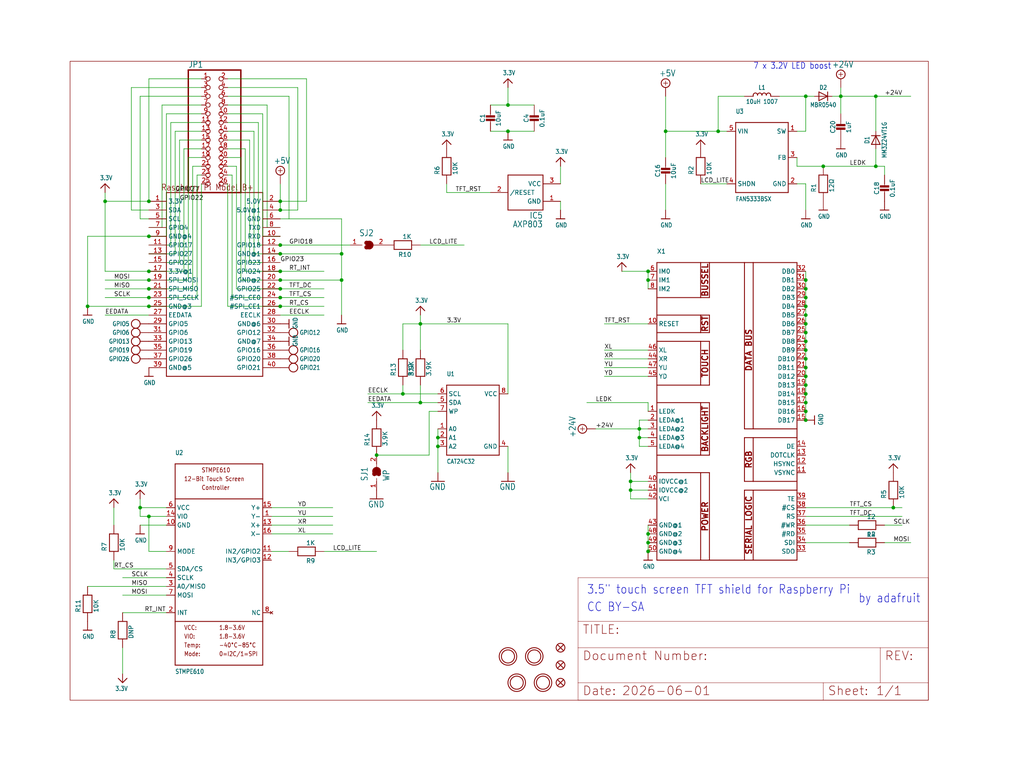
<source format=kicad_sch>
(kicad_sch (version 20230121) (generator eeschema)
  (paper "User" 297.002 224.003)
  (junction (at 233.68 111.76))
  (junction (at 233.68 101.6))
  (junction (at 187.96 157.48))
  (junction (at 30.48 58.42))
  (junction (at 259.08 147.32))
  (junction (at 43.18 86.36))
  (junction (at 121.92 93.98))
  (junction (at 147.32 38.1))
  (junction (at 40.64 147.32))
  (junction (at 187.96 81.28))
  (junction (at 43.18 58.42))
  (junction (at 233.68 86.36))
  (junction (at 182.88 139.7))
  (junction (at 208.28 38.1))
  (junction (at 109.22 132.08))
  (junction (at 243.84 27.94))
  (junction (at 187.96 160.02))
  (junction (at 43.18 149.86))
  (junction (at 233.68 81.28))
  (junction (at 116.84 114.3))
  (junction (at 127 129.54))
  (junction (at 233.68 106.68))
  (junction (at 43.18 81.28))
  (junction (at 99.06 81.28))
  (junction (at 81.28 58.42))
  (junction (at 233.68 88.9))
  (junction (at 81.28 60.96))
  (junction (at 81.28 88.9))
  (junction (at 81.28 81.28))
  (junction (at 238.76 48.26))
  (junction (at 233.68 121.92))
  (junction (at 81.28 83.82))
  (junction (at 233.68 116.84))
  (junction (at 233.68 104.14))
  (junction (at 233.68 83.82))
  (junction (at 121.92 116.84))
  (junction (at 43.18 78.74))
  (junction (at 254 27.94))
  (junction (at 81.28 78.74))
  (junction (at 187.96 154.94))
  (junction (at 233.68 99.06))
  (junction (at 233.68 96.52))
  (junction (at 187.96 78.74))
  (junction (at 25.4 88.9))
  (junction (at 43.18 83.82))
  (junction (at 185.42 127))
  (junction (at 193.04 38.1))
  (junction (at 233.68 109.22))
  (junction (at 233.68 27.94))
  (junction (at 81.28 71.12))
  (junction (at 233.68 119.38))
  (junction (at 43.18 88.9))
  (junction (at 233.68 93.98))
  (junction (at 147.32 30.48))
  (junction (at 254 48.26))
  (junction (at 99.06 73.66))
  (junction (at 233.68 91.44))
  (junction (at 185.42 124.46))
  (junction (at 81.28 86.36))
  (junction (at 81.28 73.66))
  (junction (at 182.88 142.24))
  (junction (at 43.18 68.58))
  (junction (at 127 127))
  (junction (at 233.68 114.3))
  (wire (pts (xy 30.48 78.74) (xy 30.48 58.42)) (stroke (width 0.1524)))
  (wire (pts (xy 187.96 93.98) (xy 175.26 93.98)) (stroke (width 0.1524)))
  (wire (pts (xy 43.18 60.96) (xy 38.1 60.96)) (stroke (width 0.1524)))
  (wire (pts (xy 256.54 152.4) (xy 261.62 152.4)) (stroke (width 0.1524)))
  (wire (pts (xy 233.68 109.22) (xy 233.68 111.76)) (stroke (width 0.1524)))
  (wire (pts (xy 68.58 48.26) (xy 68.58 83.82)) (stroke (width 0.1524)))
  (wire (pts (xy 116.84 114.3) (xy 106.68 114.3)) (stroke (width 0.1524)))
  (wire (pts (xy 147.32 93.98) (xy 121.92 93.98)) (stroke (width 0.1524)))
  (wire (pts (xy 208.28 27.94) (xy 215.9 27.94)) (stroke (width 0.1524)))
  (wire (pts (xy 147.32 38.1) (xy 154.94 38.1)) (stroke (width 0.1524)))
  (wire (pts (xy 241.3 27.94) (xy 243.84 27.94)) (stroke (width 0.1524)))
  (wire (pts (xy 66.04 38.1) (xy 73.66 38.1)) (stroke (width 0.1524)))
  (wire (pts (xy 185.42 124.46) (xy 172.72 124.46)) (stroke (width 0.1524)))
  (wire (pts (xy 233.68 93.98) (xy 233.68 96.52)) (stroke (width 0.1524)))
  (wire (pts (xy 259.08 147.32) (xy 261.62 147.32)) (stroke (width 0.1524)))
  (wire (pts (xy 233.68 157.48) (xy 246.38 157.48)) (stroke (width 0.1524)))
  (wire (pts (xy 243.84 25.4) (xy 243.84 27.94)) (stroke (width 0.1524)))
  (wire (pts (xy 78.74 160.02) (xy 83.82 160.02)) (stroke (width 0.1524)))
  (wire (pts (xy 72.39 40.64) (xy 66.04 40.64)) (stroke (width 0.1524)))
  (wire (pts (xy 193.04 38.1) (xy 193.04 45.72)) (stroke (width 0.1524)))
  (wire (pts (xy 233.68 106.68) (xy 233.68 109.22)) (stroke (width 0.1524)))
  (wire (pts (xy 129.54 55.88) (xy 129.54 53.34)) (stroke (width 0.1524)))
  (wire (pts (xy 99.06 63.5) (xy 99.06 73.66)) (stroke (width 0.1524)))
  (wire (pts (xy 124.46 132.08) (xy 124.46 119.38)) (stroke (width 0.1524)))
  (wire (pts (xy 121.92 111.76) (xy 121.92 116.84)) (stroke (width 0.1524)))
  (wire (pts (xy 170.18 116.84) (xy 187.96 116.84)) (stroke (width 0.1524)))
  (wire (pts (xy 43.18 81.28) (xy 30.48 81.28)) (stroke (width 0.1524)))
  (wire (pts (xy 71.12 78.74) (xy 81.28 78.74)) (stroke (width 0.1524)))
  (wire (pts (xy 193.04 38.1) (xy 193.04 27.94)) (stroke (width 0.1524)))
  (wire (pts (xy 93.98 160.02) (xy 109.22 160.02)) (stroke (width 0.1524)))
  (wire (pts (xy 66.04 22.86) (xy 88.9 22.86)) (stroke (width 0.1524)))
  (wire (pts (xy 182.88 144.78) (xy 182.88 142.24)) (stroke (width 0.1524)))
  (wire (pts (xy 48.26 33.02) (xy 58.42 33.02)) (stroke (width 0.1524)))
  (wire (pts (xy 40.64 63.5) (xy 40.64 27.94)) (stroke (width 0.1524)))
  (wire (pts (xy 81.28 53.34) (xy 81.28 58.42)) (stroke (width 0.1524)))
  (wire (pts (xy 43.18 76.2) (xy 52.07 76.2)) (stroke (width 0.1524)))
  (wire (pts (xy 43.18 78.74) (xy 30.48 78.74)) (stroke (width 0.1524)))
  (wire (pts (xy 50.8 73.66) (xy 50.8 38.1)) (stroke (width 0.1524)))
  (wire (pts (xy 254 38.1) (xy 254 27.94)) (stroke (width 0.1524)))
  (wire (pts (xy 182.88 144.78) (xy 187.96 144.78)) (stroke (width 0.1524)))
  (wire (pts (xy 208.28 38.1) (xy 208.28 27.94)) (stroke (width 0.1524)))
  (wire (pts (xy 25.4 68.58) (xy 25.4 88.9)) (stroke (width 0.1524)))
  (wire (pts (xy 86.36 60.96) (xy 86.36 25.4)) (stroke (width 0.1524)))
  (wire (pts (xy 43.18 73.66) (xy 50.8 73.66)) (stroke (width 0.1524)))
  (wire (pts (xy 256.54 157.48) (xy 264.16 157.48)) (stroke (width 0.1524)))
  (wire (pts (xy 68.58 83.82) (xy 81.28 83.82)) (stroke (width 0.1524)))
  (wire (pts (xy 72.39 76.2) (xy 72.39 40.64)) (stroke (width 0.1524)))
  (wire (pts (xy 48.26 149.86) (xy 43.18 149.86)) (stroke (width 0.1524)))
  (wire (pts (xy 33.02 165.1) (xy 33.02 162.56)) (stroke (width 0.1524)))
  (wire (pts (xy 233.68 38.1) (xy 231.14 38.1)) (stroke (width 0.1524)))
  (wire (pts (xy 233.68 116.84) (xy 233.68 119.38)) (stroke (width 0.1524)))
  (wire (pts (xy 254 27.94) (xy 264.16 27.94)) (stroke (width 0.1524)))
  (wire (pts (xy 66.04 33.02) (xy 76.2 33.02)) (stroke (width 0.1524)))
  (wire (pts (xy 231.14 48.26) (xy 238.76 48.26)) (stroke (width 0.1524)))
  (wire (pts (xy 121.92 93.98) (xy 116.84 93.98)) (stroke (width 0.1524)))
  (wire (pts (xy 83.82 27.94) (xy 83.82 63.5)) (stroke (width 0.1524)))
  (wire (pts (xy 69.85 81.28) (xy 69.85 45.72)) (stroke (width 0.1524)))
  (wire (pts (xy 175.26 106.68) (xy 187.96 106.68)) (stroke (width 0.1524)))
  (wire (pts (xy 109.22 132.08) (xy 124.46 132.08)) (stroke (width 0.1524)))
  (wire (pts (xy 208.28 38.1) (xy 193.04 38.1)) (stroke (width 0.1524)))
  (wire (pts (xy 52.07 40.64) (xy 58.42 40.64)) (stroke (width 0.1524)))
  (wire (pts (xy 40.64 27.94) (xy 58.42 27.94)) (stroke (width 0.1524)))
  (wire (pts (xy 81.28 83.82) (xy 93.98 83.82)) (stroke (width 0.1524)))
  (wire (pts (xy 193.04 53.34) (xy 193.04 60.96)) (stroke (width 0.1524)))
  (wire (pts (xy 154.94 30.48) (xy 147.32 30.48)) (stroke (width 0.1524)))
  (wire (pts (xy 127 114.3) (xy 116.84 114.3)) (stroke (width 0.1524)))
  (wire (pts (xy 99.06 81.28) (xy 99.06 91.44)) (stroke (width 0.1524)))
  (wire (pts (xy 256.54 48.26) (xy 256.54 50.8)) (stroke (width 0.1524)))
  (wire (pts (xy 187.96 121.92) (xy 185.42 121.92)) (stroke (width 0.1524)))
  (wire (pts (xy 81.28 73.66) (xy 99.06 73.66)) (stroke (width 0.1524)))
  (wire (pts (xy 66.04 48.26) (xy 68.58 48.26)) (stroke (width 0.1524)))
  (wire (pts (xy 185.42 127) (xy 185.42 129.54)) (stroke (width 0.1524)))
  (wire (pts (xy 74.93 71.12) (xy 74.93 35.56)) (stroke (width 0.1524)))
  (wire (pts (xy 233.68 83.82) (xy 233.68 86.36)) (stroke (width 0.1524)))
  (wire (pts (xy 121.92 101.6) (xy 121.92 93.98)) (stroke (width 0.1524)))
  (wire (pts (xy 233.68 81.28) (xy 233.68 83.82)) (stroke (width 0.1524)))
  (wire (pts (xy 69.85 45.72) (xy 66.04 45.72)) (stroke (width 0.1524)))
  (wire (pts (xy 187.96 83.82) (xy 187.96 81.28)) (stroke (width 0.1524)))
  (wire (pts (xy 116.84 93.98) (xy 116.84 101.6)) (stroke (width 0.1524)))
  (wire (pts (xy 43.18 71.12) (xy 49.53 71.12)) (stroke (width 0.1524)))
  (wire (pts (xy 81.28 60.96) (xy 86.36 60.96)) (stroke (width 0.1524)))
  (wire (pts (xy 233.68 86.36) (xy 233.68 88.9)) (stroke (width 0.1524)))
  (wire (pts (xy 43.18 63.5) (xy 40.64 63.5)) (stroke (width 0.1524)))
  (wire (pts (xy 30.48 55.88) (xy 30.48 58.42)) (stroke (width 0.1524)))
  (wire (pts (xy 81.28 71.12) (xy 101.6 71.12)) (stroke (width 0.1524)))
  (wire (pts (xy 78.74 152.4) (xy 96.52 152.4)) (stroke (width 0.1524)))
  (wire (pts (xy 35.56 167.64) (xy 48.26 167.64)) (stroke (width 0.1524)))
  (wire (pts (xy 127 129.54) (xy 127 137.16)) (stroke (width 0.1524)))
  (wire (pts (xy 66.04 43.18) (xy 71.12 43.18)) (stroke (width 0.1524)))
  (wire (pts (xy 40.64 147.32) (xy 40.64 149.86)) (stroke (width 0.1524)))
  (wire (pts (xy 185.42 124.46) (xy 185.42 127)) (stroke (width 0.1524)))
  (wire (pts (xy 187.96 124.46) (xy 185.42 124.46)) (stroke (width 0.1524)))
  (wire (pts (xy 233.68 27.94) (xy 236.22 27.94)) (stroke (width 0.1524)))
  (wire (pts (xy 187.96 152.4) (xy 187.96 154.94)) (stroke (width 0.1524)))
  (wire (pts (xy 121.92 116.84) (xy 127 116.84)) (stroke (width 0.1524)))
  (wire (pts (xy 187.96 116.84) (xy 187.96 119.38)) (stroke (width 0.1524)))
  (wire (pts (xy 81.28 81.28) (xy 69.85 81.28)) (stroke (width 0.1524)))
  (wire (pts (xy 233.68 96.52) (xy 233.68 99.06)) (stroke (width 0.1524)))
  (wire (pts (xy 43.18 66.04) (xy 46.99 66.04)) (stroke (width 0.1524)))
  (wire (pts (xy 40.64 147.32) (xy 48.26 147.32)) (stroke (width 0.1524)))
  (wire (pts (xy 238.76 48.26) (xy 254 48.26)) (stroke (width 0.1524)))
  (wire (pts (xy 43.18 22.86) (xy 58.42 22.86)) (stroke (width 0.1524)))
  (wire (pts (xy 81.28 86.36) (xy 67.31 86.36)) (stroke (width 0.1524)))
  (wire (pts (xy 74.93 35.56) (xy 66.04 35.56)) (stroke (width 0.1524)))
  (wire (pts (xy 66.04 88.9) (xy 81.28 88.9)) (stroke (width 0.1524)))
  (wire (pts (xy 76.2 68.58) (xy 81.28 68.58)) (stroke (width 0.1524)))
  (wire (pts (xy 33.02 165.1) (xy 48.26 165.1)) (stroke (width 0.1524)))
  (wire (pts (xy 48.26 160.02) (xy 43.18 160.02)) (stroke (width 0.1524)))
  (wire (pts (xy 226.06 27.94) (xy 233.68 27.94)) (stroke (width 0.1524)))
  (wire (pts (xy 210.82 53.34) (xy 203.2 53.34)) (stroke (width 0.1524)))
  (wire (pts (xy 43.18 86.36) (xy 30.48 86.36)) (stroke (width 0.1524)))
  (wire (pts (xy 185.42 127) (xy 187.96 127)) (stroke (width 0.1524)))
  (wire (pts (xy 233.68 53.34) (xy 233.68 60.96)) (stroke (width 0.1524)))
  (wire (pts (xy 67.31 50.8) (xy 66.04 50.8)) (stroke (width 0.1524)))
  (wire (pts (xy 127 127) (xy 127 129.54)) (stroke (width 0.1524)))
  (wire (pts (xy 147.32 30.48) (xy 142.24 30.48)) (stroke (width 0.1524)))
  (wire (pts (xy 38.1 60.96) (xy 38.1 25.4)) (stroke (width 0.1524)))
  (wire (pts (xy 182.88 139.7) (xy 182.88 137.16)) (stroke (width 0.1524)))
  (wire (pts (xy 48.26 68.58) (xy 48.26 33.02)) (stroke (width 0.1524)))
  (wire (pts (xy 30.48 58.42) (xy 43.18 58.42)) (stroke (width 0.1524)))
  (wire (pts (xy 233.68 27.94) (xy 233.68 38.1)) (stroke (width 0.1524)))
  (wire (pts (xy 66.04 53.34) (xy 66.04 88.9)) (stroke (width 0.1524)))
  (wire (pts (xy 33.02 152.4) (xy 33.02 147.32)) (stroke (width 0.1524)))
  (wire (pts (xy 55.88 83.82) (xy 55.88 48.26)) (stroke (width 0.1524)))
  (wire (pts (xy 43.18 68.58) (xy 25.4 68.58)) (stroke (width 0.1524)))
  (wire (pts (xy 43.18 68.58) (xy 48.26 68.58)) (stroke (width 0.1524)))
  (wire (pts (xy 77.47 66.04) (xy 77.47 30.48)) (stroke (width 0.1524)))
  (wire (pts (xy 43.18 86.36) (xy 57.15 86.36)) (stroke (width 0.1524)))
  (wire (pts (xy 53.34 43.18) (xy 58.42 43.18)) (stroke (width 0.1524)))
  (wire (pts (xy 187.96 78.74) (xy 187.96 81.28)) (stroke (width 0.1524)))
  (wire (pts (xy 233.68 78.74) (xy 233.68 81.28)) (stroke (width 0.1524)))
  (wire (pts (xy 78.74 154.94) (xy 96.52 154.94)) (stroke (width 0.1524)))
  (wire (pts (xy 254 43.18) (xy 254 48.26)) (stroke (width 0.1524)))
  (wire (pts (xy 185.42 121.92) (xy 185.42 124.46)) (stroke (width 0.1524)))
  (wire (pts (xy 43.18 83.82) (xy 30.48 83.82)) (stroke (width 0.1524)))
  (wire (pts (xy 187.96 109.22) (xy 175.26 109.22)) (stroke (width 0.1524)))
  (wire (pts (xy 43.18 78.74) (xy 53.34 78.74)) (stroke (width 0.1524)))
  (wire (pts (xy 88.9 22.86) (xy 88.9 58.42)) (stroke (width 0.1524)))
  (wire (pts (xy 81.28 71.12) (xy 74.93 71.12)) (stroke (width 0.1524)))
  (wire (pts (xy 48.26 172.72) (xy 35.56 172.72)) (stroke (width 0.1524)))
  (wire (pts (xy 53.34 78.74) (xy 53.34 43.18)) (stroke (width 0.1524)))
  (wire (pts (xy 43.18 58.42) (xy 43.18 22.86)) (stroke (width 0.1524)))
  (wire (pts (xy 142.24 55.88) (xy 129.54 55.88)) (stroke (width 0.1524)))
  (wire (pts (xy 210.82 38.1) (xy 208.28 38.1)) (stroke (width 0.1524)))
  (wire (pts (xy 58.42 88.9) (xy 58.42 53.34)) (stroke (width 0.1524)))
  (wire (pts (xy 254 48.26) (xy 256.54 48.26)) (stroke (width 0.1524)))
  (wire (pts (xy 121.92 71.12) (xy 134.62 71.12)) (stroke (width 0.1524)))
  (wire (pts (xy 233.68 111.76) (xy 233.68 114.3)) (stroke (width 0.1524)))
  (wire (pts (xy 246.38 152.4) (xy 233.68 152.4)) (stroke (width 0.1524)))
  (wire (pts (xy 106.68 116.84) (xy 121.92 116.84)) (stroke (width 0.1524)))
  (wire (pts (xy 187.96 142.24) (xy 182.88 142.24)) (stroke (width 0.1524)))
  (wire (pts (xy 49.53 35.56) (xy 58.42 35.56)) (stroke (width 0.1524)))
  (wire (pts (xy 116.84 111.76) (xy 116.84 114.3)) (stroke (width 0.1524)))
  (wire (pts (xy 187.96 104.14) (xy 175.26 104.14)) (stroke (width 0.1524)))
  (wire (pts (xy 46.99 30.48) (xy 58.42 30.48)) (stroke (width 0.1524)))
  (wire (pts (xy 233.68 149.86) (xy 261.62 149.86)) (stroke (width 0.1524)))
  (wire (pts (xy 35.56 195.58) (xy 35.56 187.96)) (stroke (width 0.1524)))
  (wire (pts (xy 67.31 86.36) (xy 67.31 50.8)) (stroke (width 0.1524)))
  (wire (pts (xy 73.66 73.66) (xy 81.28 73.66)) (stroke (width 0.1524)))
  (wire (pts (xy 66.04 27.94) (xy 83.82 27.94)) (stroke (width 0.1524)))
  (wire (pts (xy 40.64 152.4) (xy 48.26 152.4)) (stroke (width 0.1524)))
  (wire (pts (xy 231.14 45.72) (xy 231.14 48.26)) (stroke (width 0.1524)))
  (wire (pts (xy 40.64 144.78) (xy 40.64 147.32)) (stroke (width 0.1524)))
  (wire (pts (xy 57.15 86.36) (xy 57.15 50.8)) (stroke (width 0.1524)))
  (wire (pts (xy 46.99 66.04) (xy 46.99 30.48)) (stroke (width 0.1524)))
  (wire (pts (xy 88.9 58.42) (xy 81.28 58.42)) (stroke (width 0.1524)))
  (wire (pts (xy 121.92 91.44) (xy 121.92 93.98)) (stroke (width 0.1524)))
  (wire (pts (xy 233.68 114.3) (xy 233.68 116.84)) (stroke (width 0.1524)))
  (wire (pts (xy 43.18 88.9) (xy 58.42 88.9)) (stroke (width 0.1524)))
  (wire (pts (xy 187.96 154.94) (xy 187.96 157.48)) (stroke (width 0.1524)))
  (wire (pts (xy 127 124.46) (xy 127 127)) (stroke (width 0.1524)))
  (wire (pts (xy 25.4 170.18) (xy 48.26 170.18)) (stroke (width 0.1524)))
  (wire (pts (xy 43.18 88.9) (xy 25.4 88.9)) (stroke (width 0.1524)))
  (wire (pts (xy 81.28 66.04) (xy 77.47 66.04)) (stroke (width 0.1524)))
  (wire (pts (xy 124.46 119.38) (xy 127 119.38)) (stroke (width 0.1524)))
  (wire (pts (xy 81.28 58.42) (xy 81.28 60.96)) (stroke (width 0.1524)))
  (wire (pts (xy 81.28 88.9) (xy 93.98 88.9)) (stroke (width 0.1524)))
  (wire (pts (xy 81.28 78.74) (xy 93.98 78.74)) (stroke (width 0.1524)))
  (wire (pts (xy 81.28 86.36) (xy 93.98 86.36)) (stroke (width 0.1524)))
  (wire (pts (xy 43.18 91.44) (xy 30.48 91.44)) (stroke (width 0.1524)))
  (wire (pts (xy 81.28 91.44) (xy 93.98 91.44)) (stroke (width 0.1524)))
  (wire (pts (xy 147.32 25.4) (xy 147.32 30.48)) (stroke (width 0.1524)))
  (wire (pts (xy 76.2 33.02) (xy 76.2 68.58)) (stroke (width 0.1524)))
  (wire (pts (xy 50.8 38.1) (xy 58.42 38.1)) (stroke (width 0.1524)))
  (wire (pts (xy 182.88 139.7) (xy 187.96 139.7)) (stroke (width 0.1524)))
  (wire (pts (xy 99.06 73.66) (xy 99.06 81.28)) (stroke (width 0.1524)))
  (wire (pts (xy 78.74 149.86) (xy 96.52 149.86)) (stroke (width 0.1524)))
  (wire (pts (xy 233.68 88.9) (xy 233.68 91.44)) (stroke (width 0.1524)))
  (wire (pts (xy 233.68 147.32) (xy 259.08 147.32)) (stroke (width 0.1524)))
  (wire (pts (xy 185.42 129.54) (xy 187.96 129.54)) (stroke (width 0.1524)))
  (wire (pts (xy 162.56 53.34) (xy 162.56 48.26)) (stroke (width 0.1524)))
  (wire (pts (xy 71.12 43.18) (xy 71.12 78.74)) (stroke (width 0.1524)))
  (wire (pts (xy 231.14 53.34) (xy 233.68 53.34)) (stroke (width 0.1524)))
  (wire (pts (xy 147.32 129.54) (xy 147.32 137.16)) (stroke (width 0.1524)))
  (wire (pts (xy 182.88 142.24) (xy 182.88 139.7)) (stroke (width 0.1524)))
  (wire (pts (xy 187.96 78.74) (xy 180.34 78.74)) (stroke (width 0.1524)))
  (wire (pts (xy 78.74 147.32) (xy 96.52 147.32)) (stroke (width 0.1524)))
  (wire (pts (xy 55.88 48.26) (xy 58.42 48.26)) (stroke (width 0.1524)))
  (wire (pts (xy 147.32 114.3) (xy 147.32 93.98)) (stroke (width 0.1524)))
  (wire (pts (xy 43.18 81.28) (xy 54.61 81.28)) (stroke (width 0.1524)))
  (wire (pts (xy 233.68 101.6) (xy 233.68 104.14)) (stroke (width 0.1524)))
  (wire (pts (xy 54.61 45.72) (xy 58.42 45.72)) (stroke (width 0.1524)))
  (wire (pts (xy 233.68 104.14) (xy 233.68 106.68)) (stroke (width 0.1524)))
  (wire (pts (xy 73.66 38.1) (xy 73.66 73.66)) (stroke (width 0.1524)))
  (wire (pts (xy 81.28 76.2) (xy 72.39 76.2)) (stroke (width 0.1524)))
  (wire (pts (xy 52.07 76.2) (xy 52.07 40.64)) (stroke (width 0.1524)))
  (wire (pts (xy 243.84 27.94) (xy 254 27.94)) (stroke (width 0.1524)))
  (wire (pts (xy 243.84 33.02) (xy 243.84 27.94)) (stroke (width 0.1524)))
  (wire (pts (xy 49.53 71.12) (xy 49.53 35.56)) (stroke (width 0.1524)))
  (wire (pts (xy 43.18 160.02) (xy 43.18 149.86)) (stroke (width 0.1524)))
  (wire (pts (xy 233.68 119.38) (xy 233.68 121.92)) (stroke (width 0.1524)))
  (wire (pts (xy 233.68 91.44) (xy 233.68 93.98)) (stroke (width 0.1524)))
  (wire (pts (xy 81.28 63.5) (xy 99.06 63.5)) (stroke (width 0.1524)))
  (wire (pts (xy 162.56 58.42) (xy 162.56 60.96)) (stroke (width 0.1524)))
  (wire (pts (xy 57.15 50.8) (xy 58.42 50.8)) (stroke (width 0.1524)))
  (wire (pts (xy 187.96 101.6) (xy 175.26 101.6)) (stroke (width 0.1524)))
  (wire (pts (xy 86.36 25.4) (xy 66.04 25.4)) (stroke (width 0.1524)))
  (wire (pts (xy 43.18 149.86) (xy 40.64 149.86)) (stroke (width 0.1524)))
  (wire (pts (xy 81.28 81.28) (xy 99.06 81.28)) (stroke (width 0.1524)))
  (wire (pts (xy 187.96 157.48) (xy 187.96 160.02)) (stroke (width 0.1524)))
  (wire (pts (xy 38.1 25.4) (xy 58.42 25.4)) (stroke (width 0.1524)))
  (wire (pts (xy 142.24 38.1) (xy 147.32 38.1)) (stroke (width 0.1524)))
  (wire (pts (xy 77.47 30.48) (xy 66.04 30.48)) (stroke (width 0.1524)))
  (wire (pts (xy 43.18 83.82) (xy 55.88 83.82)) (stroke (width 0.1524)))
  (wire (pts (xy 54.61 81.28) (xy 54.61 45.72)) (stroke (width 0.1524)))
  (wire (pts (xy 233.68 99.06) (xy 233.68 101.6)) (stroke (width 0.1524)))
  (wire (pts (xy 48.26 177.8) (xy 35.56 177.8)) (stroke (width 0.1524)))
  (text "7 x 3.2V LED boost" (at 218.44 20.32 0) (effects (font (size 1.778 1.5113)) (justify left bottom)))
  (text "by adafruit~{}" (at 248.92 175.26 0) (effects (font (size 2.54 2.159)) (justify left bottom)))
  (text "3.5\" touch screen TFT shield for Raspberry Pi" (at 170.18 172.72 0) (effects (font (size 2.54 2.159)) (justify left bottom)))
  (text "CC BY-SA" (at 170.18 177.8 0) (effects (font (size 2.54 2.159)) (justify left bottom)))
  (label "XL" (at 86.36 154.94 0) (effects (font (size 1.2446 1.2446))))
  (label "MOSI" (at 33.02 81.28 0) (effects (font (size 1.2446 1.2446))))
  (label "+24V" (at 256.54 27.94 0) (effects (font (size 1.2446 1.2446))))
  (label "LCD_LITE" (at 203.2 53.34 0) (effects (font (size 1.2446 1.2446))))
  (label "YU" (at 175.26 106.68 0) (effects (font (size 1.2446 1.2446))))
  (label "SCLK" (at 33.02 86.36 0) (effects (font (size 1.2446 1.2446))))
  (label "MOSI" (at 38.1 172.72 0) (effects (font (size 1.2446 1.2446))))
  (label "RT_INT" (at 83.82 78.74 0) (effects (font (size 1.2446 1.2446))))
  (label "LCD_LITE" (at 96.52 160.02 0) (effects (font (size 1.2446 1.2446))))
  (label "LEDK" (at 172.72 116.84 0) (effects (font (size 1.2446 1.2446))))
  (label "LCD_LITE" (at 124.46 71.12 0) (effects (font (size 1.2446 1.2446))))
  (label "EEDATA" (at 30.48 91.44 0) (effects (font (size 1.2446 1.2446))))
  (label "XR" (at 175.26 104.14 0) (effects (font (size 1.2446 1.2446))))
  (label "GPIO27" (at 50.8 55.88 0) (effects (font (size 1.2446 1.2446))))
  (label "SCLK" (at 38.1 167.64 0) (effects (font (size 1.2446 1.2446))))
  (label "XL" (at 175.26 101.6 0) (effects (font (size 1.2446 1.2446))))
  (label "GPIO18" (at 83.82 71.12 0) (effects (font (size 1.2446 1.2446))))
  (label "TFT_CS" (at 246.38 147.32 0) (effects (font (size 1.2446 1.2446))))
  (label "GPIO23" (at 81.28 76.2 0) (effects (font (size 1.2446 1.2446))))
  (label "MISO" (at 38.1 170.18 0) (effects (font (size 1.2446 1.2446))))
  (label "TFT_RST" (at 132.08 55.88 0) (effects (font (size 1.2446 1.2446))))
  (label "YD" (at 86.36 147.32 0) (effects (font (size 1.2446 1.2446))))
  (label "RT_CS" (at 83.82 88.9 0) (effects (font (size 1.2446 1.2446))))
  (label "TFT_CS" (at 83.82 86.36 0) (effects (font (size 1.2446 1.2446))))
  (label "GPIO22" (at 52.07 58.42 0) (effects (font (size 1.2446 1.2446))))
  (label "YU" (at 86.36 149.86 0) (effects (font (size 1.2446 1.2446))))
  (label "SCLK" (at 259.08 152.4 0) (effects (font (size 1.2446 1.2446))))
  (label "TFT_RST" (at 175.26 93.98 0) (effects (font (size 1.2446 1.2446))))
  (label "EECLK" (at 83.82 91.44 0) (effects (font (size 1.2446 1.2446))))
  (label "LEDK" (at 246.38 48.26 0) (effects (font (size 1.2446 1.2446))))
  (label "RT_CS" (at 33.02 165.1 0) (effects (font (size 1.2446 1.2446))))
  (label "YD" (at 175.26 109.22 0) (effects (font (size 1.2446 1.2446))))
  (label "EEDATA" (at 106.68 116.84 0) (effects (font (size 1.2446 1.2446))))
  (label "3.3V" (at 129.54 93.98 0) (effects (font (size 1.2446 1.2446))))
  (label "MISO" (at 33.02 83.82 0) (effects (font (size 1.2446 1.2446))))
  (label "TFT_DC" (at 83.82 83.82 0) (effects (font (size 1.2446 1.2446))))
  (label "XR" (at 86.36 152.4 0) (effects (font (size 1.2446 1.2446))))
  (label "+24V" (at 172.72 124.46 0) (effects (font (size 1.2446 1.2446))))
  (label "MOSI" (at 259.08 157.48 0) (effects (font (size 1.2446 1.2446))))
  (label "EECLK" (at 106.68 114.3 0) (effects (font (size 1.2446 1.2446))))
  (label "TFT_DC" (at 246.38 149.86 0) (effects (font (size 1.2446 1.2446))))
  (label "RT_INT" (at 41.91 177.8 0) (effects (font (size 1.2446 1.2446))))
  (symbol (lib_id "working-eagle-import:3.3V") (at 35.56 198.12 180) (unit 1)
    (property "Reference" "#U$3" (effects hide))
    (property "Value" "3.3V" (at 37.084 199.136 0) (effects (font (size 1.27 1.0795)) (justify left bottom)))
  )
  (symbol (lib_id "working-eagle-import:GND") (at 83.82 99.06 90) (unit 1)
    (property "Reference" "#U$37" (effects hide))
    (property "Value" "GND" (at 86.36 100.584 0) (effects (font (size 1.27 1.0795)) (justify left bottom)))
  )
  (symbol (lib_id "working-eagle-import:3.3V") (at 109.22 119.38 0) (unit 1)
    (property "Reference" "#U$35" (effects hide))
    (property "Value" "3.3V" (at 107.696 118.364 0) (effects (font (size 1.27 1.0795)) (justify left bottom)))
  )
  (symbol (lib_id "working-eagle-import:GND") (at 238.76 60.96 0) (unit 1)
    (property "Reference" "#U$6" (effects hide))
    (property "Value" "GND" (at 237.236 63.5 0) (effects (font (size 1.27 1.0795)) (justify left bottom)))
  )
  (symbol (lib_id "working-eagle-import:AXP083-SAG") (at 152.4 55.88 0) (mirror y) (unit 1)
    (property "Reference" "IC5" (at 157.48 63.5 0) (effects (font (size 1.778 1.5113)) (justify left bottom)))
    (property "Value" "AXP803" (at 157.48 66.04 0) (effects (font (size 1.778 1.5113)) (justify left bottom)))
    (property "Footprint" "working:SOT23" (effects hide))
  )
  (symbol (lib_id "working-eagle-import:RESISTOR0805_NOOUTLINE") (at 25.4 175.26 90) (unit 1)
    (property "Reference" "R11" (at 23.368 177.8 0) (effects (justify left bottom)))
    (property "Value" "10K" (at 28.575 177.8 0) (effects (justify left bottom)))
    (property "Footprint" "working:0805-NO" (effects hide))
  )
  (symbol (lib_id "working-eagle-import:3.3V") (at 182.88 134.62 0) (unit 1)
    (property "Reference" "#U$32" (effects hide))
    (property "Value" "3.3V" (at 181.356 133.604 0) (effects (font (size 1.27 1.0795)) (justify left bottom)))
  )
  (symbol (lib_id "working-eagle-import:+24V") (at 170.18 124.46 90) (unit 1)
    (property "Reference" "#SUPPLY1" (effects hide))
    (property "Value" "+24V" (at 167.005 127 0) (effects (font (size 1.778 1.5113)) (justify left bottom)))
  )
  (symbol (lib_id "working-eagle-import:MOUNTINGHOLE2.5_THICK") (at 147.32 190.5 0) (unit 1)
    (property "Reference" "U$16" (effects hide))
    (property "Value" "MOUNTINGHOLE2.5_THICK" (effects hide))
    (property "Footprint" "working:MOUNTINGHOLE_2.5_PLATED_THICK" (effects hide))
  )
  (symbol (lib_id "working-eagle-import:MOUNTINGHOLE2.5_THICK") (at 149.86 198.12 0) (unit 1)
    (property "Reference" "U$17" (effects hide))
    (property "Value" "MOUNTINGHOLE2.5_THICK" (effects hide))
    (property "Footprint" "working:MOUNTINGHOLE_2.5_PLATED_THICK" (effects hide))
    (property "BOM" "EXCLUDE" (effects hide))
  )
  (symbol (lib_id "working-eagle-import:3.3V") (at 203.2 40.64 0) (unit 1)
    (property "Reference" "#U$13" (effects hide))
    (property "Value" "3.3V" (at 201.676 39.624 0) (effects (font (size 1.27 1.0795)) (justify left bottom)))
  )
  (symbol (lib_id "working-eagle-import:LETTER_L") (at 167.64 203.2 0) (unit 2)
    (property "Reference" "#FRAME1" (effects hide))
    (property "Value" "LETTER_L" (effects hide))
  )
  (symbol (lib_id "working-eagle-import:supply1_GND") (at 127 139.7 0) (unit 1)
    (property "Reference" "#GND3" (effects hide))
    (property "Value" "GND" (at 124.46 142.24 0) (effects (font (size 1.778 1.5113)) (justify left bottom)))
  )
  (symbol (lib_id "working-eagle-import:GND") (at 243.84 43.18 0) (unit 1)
    (property "Reference" "#U$29" (effects hide))
    (property "Value" "GND" (at 242.316 45.72 0) (effects (font (size 1.27 1.0795)) (justify left bottom)))
  )
  (symbol (lib_id "working-eagle-import:RESISTOR0805_NOOUTLINE") (at 33.02 157.48 90) (unit 1)
    (property "Reference" "R7" (at 30.988 160.02 0) (effects (justify left bottom)))
    (property "Value" "10K" (at 36.195 160.02 0) (effects (justify left bottom)))
    (property "Footprint" "working:0805-NO" (effects hide))
  )
  (symbol (lib_id "working-eagle-import:3.3V") (at 121.92 88.9 0) (unit 1)
    (property "Reference" "#U$34" (effects hide))
    (property "Value" "3.3V" (at 120.396 87.884 0) (effects (font (size 1.27 1.0795)) (justify left bottom)))
  )
  (symbol (lib_id "working-eagle-import:GND") (at 233.68 63.5 0) (unit 1)
    (property "Reference" "#U$25" (effects hide))
    (property "Value" "GND" (at 232.156 66.04 0) (effects (font (size 1.27 1.0795)) (justify left bottom)))
  )
  (symbol (lib_id "working-eagle-import:SOLDERJUMPER_CLOSED") (at 109.22 137.16 90) (unit 1)
    (property "Reference" "SJ1" (at 106.68 139.7 0) (effects (font (size 1.778 1.5113)) (justify left bottom)))
    (property "Value" "WP" (at 113.03 139.7 0) (effects (font (size 1.778 1.5113)) (justify left bottom)))
    (property "Footprint" "working:SOLDERJUMPER_CLOSEDWIRE" (effects hide))
  )
  (symbol (lib_id "working-eagle-import:TESTPOINT1.5X2.0MM_NOCREAM") (at 81.28 106.68 270) (unit 1)
    (property "Reference" "GPIO21" (at 86.868 106.68 90) (effects (font (size 1.27 1.0795)) (justify left)))
    (property "Value" "TESTPOINT1.5X2.0MM_NOCREAM" (effects hide))
    (property "Footprint" "working:PAD-1.5X2.0" (effects hide))
  )
  (symbol (lib_id "working-eagle-import:RESISTOR0805_NOOUTLINE") (at 238.76 53.34 90) (unit 1)
    (property "Reference" "R1" (at 236.728 55.88 0) (effects (justify left bottom)))
    (property "Value" "12Ω" (at 241.935 55.88 0) (effects (justify left bottom)))
    (property "Footprint" "working:0805-NO" (effects hide))
  )
  (symbol (lib_id "working-eagle-import:+5V") (at 193.04 25.4 0) (unit 1)
    (property "Reference" "#SUPPLY4" (effects hide))
    (property "Value" "+5V" (at 191.135 22.225 0) (effects (font (size 1.778 1.5113)) (justify left bottom)))
  )
  (symbol (lib_id "working-eagle-import:RESISTOR0805_NOOUTLINE") (at 109.22 127 90) (unit 1)
    (property "Reference" "R14" (at 107.188 129.54 0) (effects (justify left bottom)))
    (property "Value" "3.9K" (at 112.395 129.54 0) (effects (justify left bottom)))
    (property "Footprint" "working:0805-NO" (effects hide))
  )
  (symbol (lib_id "working-eagle-import:STMPE610") (at 63.5 165.1 0) (unit 1)
    (property "Reference" "U2" (at 50.8 132.08 0) (effects (font (size 1.27 1.0795)) (justify left bottom)))
    (property "Value" "STMPE610" (at 50.8 195.58 0) (effects (font (size 1.27 1.0795)) (justify left bottom)))
    (property "Footprint" "working:QFN16_3MM" (effects hide))
  )
  (symbol (lib_id "working-eagle-import:supply1_GND") (at 109.22 144.78 0) (unit 1)
    (property "Reference" "#GND5" (effects hide))
    (property "Value" "GND" (at 106.68 147.32 0) (effects (font (size 1.778 1.5113)) (justify left bottom)))
  )
  (symbol (lib_id "working-eagle-import:TESTPOINT1.5X2.0MM_NOCREAM") (at 43.18 104.14 90) (unit 1)
    (property "Reference" "GPIO26" (at 37.592 104.14 90) (effects (font (size 1.27 1.0795)) (justify left)))
    (property "Value" "TESTPOINT1.5X2.0MM_NOCREAM" (effects hide))
    (property "Footprint" "working:PAD-1.5X2.0" (effects hide))
  )
  (symbol (lib_id "working-eagle-import:CAP_CERAMIC0805-NOOUTLINE") (at 142.24 35.56 0) (unit 1)
    (property "Reference" "C1" (at 139.95 34.31 90))
    (property "Value" "10uF" (at 144.54 34.31 90))
    (property "Footprint" "working:0805-NO" (effects hide))
  )
  (symbol (lib_id "working-eagle-import:TESTPOINT1.5X2.0MM_NOCREAM") (at 81.28 101.6 270) (unit 1)
    (property "Reference" "GPIO16" (at 86.868 101.6 90) (effects (font (size 1.27 1.0795)) (justify left)))
    (property "Value" "TESTPOINT1.5X2.0MM_NOCREAM" (effects hide))
    (property "Footprint" "working:PAD-1.5X2.0" (effects hide))
  )
  (symbol (lib_id "working-eagle-import:GND") (at 187.96 162.56 0) (unit 1)
    (property "Reference" "#U$8" (effects hide))
    (property "Value" "GND" (at 186.436 165.1 0) (effects (font (size 1.27 1.0795)) (justify left bottom)))
  )
  (symbol (lib_id "working-eagle-import:+24V") (at 243.84 22.86 0) (unit 1)
    (property "Reference" "#SUPPLY7" (effects hide))
    (property "Value" "+24V" (at 241.3 19.685 0) (effects (font (size 1.778 1.5113)) (justify left bottom)))
  )
  (symbol (lib_id "working-eagle-import:MOUNTINGHOLE2.5_THICK") (at 154.94 190.5 0) (unit 1)
    (property "Reference" "U$15" (effects hide))
    (property "Value" "MOUNTINGHOLE2.5_THICK" (effects hide))
    (property "Footprint" "working:MOUNTINGHOLE_2.5_PLATED_THICK" (effects hide))
  )
  (symbol (lib_id "working-eagle-import:3.3V") (at 162.56 45.72 0) (unit 1)
    (property "Reference" "#U$28" (effects hide))
    (property "Value" "3.3V" (at 161.036 44.704 0) (effects (font (size 1.27 1.0795)) (justify left bottom)))
  )
  (symbol (lib_id "working-eagle-import:RESISTOR0805_NOOUTLINE") (at 35.56 182.88 90) (unit 1)
    (property "Reference" "R8" (at 33.528 185.42 0) (effects (justify left bottom)))
    (property "Value" "DNP" (at 38.735 185.42 0) (effects (justify left bottom)))
    (property "Footprint" "working:0805-NO" (effects hide))
  )
  (symbol (lib_id "working-eagle-import:CAP_CERAMIC0805-NOOUTLINE") (at 256.54 55.88 0) (unit 1)
    (property "Reference" "C18" (at 254.25 54.63 90))
    (property "Value" "0.1uF" (at 258.84 54.63 90))
    (property "Footprint" "working:0805-NO" (effects hide))
  )
  (symbol (lib_id "working-eagle-import:GND") (at 25.4 182.88 0) (unit 1)
    (property "Reference" "#U$2" (effects hide))
    (property "Value" "GND" (at 23.876 185.42 0) (effects (font (size 1.27 1.0795)) (justify left bottom)))
  )
  (symbol (lib_id "working-eagle-import:3.3V") (at 147.32 22.86 0) (unit 1)
    (property "Reference" "#U$26" (effects hide))
    (property "Value" "3.3V" (at 145.796 21.844 0) (effects (font (size 1.27 1.0795)) (justify left bottom)))
  )
  (symbol (lib_id "working-eagle-import:RESISTOR0805_NOOUTLINE") (at 259.08 142.24 90) (unit 1)
    (property "Reference" "R5" (at 257.048 144.78 0) (effects (justify left bottom)))
    (property "Value" "10K" (at 262.255 144.78 0) (effects (justify left bottom)))
    (property "Footprint" "working:0805-NO" (effects hide))
  )
  (symbol (lib_id "working-eagle-import:EEPROM_I2C_SOIC8_GENERIC") (at 137.16 121.92 0) (unit 1)
    (property "Reference" "U1" (at 129.54 109.22 0) (effects (font (size 1.27 1.0795)) (justify left bottom)))
    (property "Value" "CAT24C32" (at 129.54 134.62 0) (effects (font (size 1.27 1.0795)) (justify left bottom)))
    (property "Footprint" "working:SOIC8_150MIL" (effects hide))
  )
  (symbol (lib_id "working-eagle-import:MOUNTINGHOLE2.5_THICK") (at 157.48 198.12 0) (unit 1)
    (property "Reference" "U$20" (effects hide))
    (property "Value" "MOUNTINGHOLE2.5_THICK" (effects hide))
    (property "Footprint" "working:MOUNTINGHOLE_2.5_PLATED_THICK" (effects hide))
    (property "BOM" "EXCLUDE" (effects hide))
  )
  (symbol (lib_id "working-eagle-import:GND") (at 193.04 63.5 0) (unit 1)
    (property "Reference" "#U$24" (effects hide))
    (property "Value" "GND" (at 191.516 66.04 0) (effects (font (size 1.27 1.0795)) (justify left bottom)))
  )
  (symbol (lib_id "working-eagle-import:GND") (at 256.54 60.96 0) (unit 1)
    (property "Reference" "#U$27" (effects hide))
    (property "Value" "GND" (at 255.016 63.5 0) (effects (font (size 1.27 1.0795)) (justify left bottom)))
  )
  (symbol (lib_id "working-eagle-import:CAP_CERAMIC_0805MP") (at 243.84 38.1 0) (unit 1)
    (property "Reference" "C20" (at 241.55 36.85 90))
    (property "Value" "1uF" (at 246.14 36.85 90))
    (property "Footprint" "working:_0805MP" (effects hide))
  )
  (symbol (lib_id "working-eagle-import:RESISTOR0805_NOOUTLINE") (at 116.84 71.12 180) (unit 1)
    (property "Reference" "R10" (at 119.38 73.152 0) (effects (justify left bottom)))
    (property "Value" "1K" (at 119.38 67.945 0) (effects (justify left bottom)))
    (property "Footprint" "working:0805-NO" (effects hide))
  )
  (symbol (lib_id "working-eagle-import:RESISTOR_0805MP") (at 88.9 160.02 180) (unit 1)
    (property "Reference" "R9" (at 91.44 162.052 0) (effects (justify left bottom)))
    (property "Value" "1K" (at 91.44 156.845 0) (effects (justify left bottom)))
    (property "Footprint" "working:_0805MP" (effects hide))
  )
  (symbol (lib_id "working-eagle-import:supply1_GND") (at 147.32 139.7 0) (unit 1)
    (property "Reference" "#GND4" (effects hide))
    (property "Value" "GND" (at 144.78 142.24 0) (effects (font (size 1.778 1.5113)) (justify left bottom)))
  )
  (symbol (lib_id "working-eagle-import:TESTPOINT1.5X2.0MM_NOCREAM") (at 81.28 96.52 270) (unit 1)
    (property "Reference" "GPIO12" (at 86.868 96.52 90) (effects (font (size 1.27 1.0795)) (justify left)))
    (property "Value" "TESTPOINT1.5X2.0MM_NOCREAM" (effects hide))
    (property "Footprint" "working:PAD-1.5X2.0" (effects hide))
  )
  (symbol (lib_id "working-eagle-import:FAN5331") (at 220.98 45.72 0) (unit 1)
    (property "Reference" "U3" (at 213.36 33.02 0) (effects (font (size 1.27 1.0795)) (justify left bottom)))
    (property "Value" "FAN5333BSX" (at 213.36 58.42 0) (effects (font (size 1.27 1.0795)) (justify left bottom)))
    (property "Footprint" "working:SOT23-5@1" (effects hide))
  )
  (symbol (lib_id "working-eagle-import:GND") (at 236.22 121.92 90) (unit 1)
    (property "Reference" "#U$1" (effects hide))
    (property "Value" "GND" (at 238.76 123.444 0) (effects (font (size 1.27 1.0795)) (justify left bottom)))
  )
  (symbol (lib_id "working-eagle-import:TESTPOINT1.5X2.0MM_NOCREAM") (at 43.18 96.52 90) (unit 1)
    (property "Reference" "GPIO6" (at 37.592 96.52 90) (effects (font (size 1.27 1.0795)) (justify left)))
    (property "Value" "TESTPOINT1.5X2.0MM_NOCREAM" (effects hide))
    (property "Footprint" "working:PAD-1.5X2.0" (effects hide))
  )
  (symbol (lib_id "working-eagle-import:3.3V") (at 33.02 144.78 0) (unit 1)
    (property "Reference" "#U$21" (effects hide))
    (property "Value" "3.3V" (at 31.496 143.764 0) (effects (font (size 1.27 1.0795)) (justify left bottom)))
  )
  (symbol (lib_id "working-eagle-import:TESTPOINT1.5X2.0MM_NOCREAM") (at 81.28 104.14 270) (unit 1)
    (property "Reference" "GPIO20" (at 86.868 104.14 90) (effects (font (size 1.27 1.0795)) (justify left)))
    (property "Value" "TESTPOINT1.5X2.0MM_NOCREAM" (effects hide))
    (property "Footprint" "working:PAD-1.5X2.0" (effects hide))
  )
  (symbol (lib_id "working-eagle-import:3.3V") (at 129.54 40.64 0) (unit 1)
    (property "Reference" "#U$22" (effects hide))
    (property "Value" "3.3V" (at 128.016 39.624 0) (effects (font (size 1.27 1.0795)) (justify left bottom)))
  )
  (symbol (lib_id "working-eagle-import:+5V") (at 81.28 50.8 0) (unit 1)
    (property "Reference" "#SUPPLY6" (effects hide))
    (property "Value" "+5V" (at 79.375 47.625 0) (effects (font (size 1.778 1.5113)) (justify left bottom)))
  )
  (symbol (lib_id "working-eagle-import:GND") (at 147.32 40.64 0) (unit 1)
    (property "Reference" "#U$5" (effects hide))
    (property "Value" "GND" (at 145.796 43.18 0) (effects (font (size 1.27 1.0795)) (justify left bottom)))
  )
  (symbol (lib_id "working-eagle-import:DIODESMA") (at 254 40.64 90) (unit 1)
    (property "Reference" "D1" (at 251.46 40.64 0) (effects (font (size 1.27 1.0795))))
    (property "Value" "MM3Z24VT1G" (at 256.5 40.64 0) (effects (font (size 1.27 1.0795))))
    (property "Footprint" "working:SMADIODE" (effects hide))
  )
  (symbol (lib_id "working-eagle-import:3.3V") (at 40.64 142.24 0) (unit 1)
    (property "Reference" "#U$4" (effects hide))
    (property "Value" "3.3V" (at 39.116 141.224 0) (effects (font (size 1.27 1.0795)) (justify left bottom)))
  )
  (symbol (lib_id "working-eagle-import:GND") (at 25.4 91.44 0) (unit 1)
    (property "Reference" "#U$12" (effects hide))
    (property "Value" "GND" (at 23.876 93.98 0) (effects (font (size 1.27 1.0795)) (justify left bottom)))
  )
  (symbol (lib_id "working-eagle-import:CAP_CERAMIC0805-NOOUTLINE") (at 154.94 35.56 0) (unit 1)
    (property "Reference" "C4" (at 152.65 34.31 90))
    (property "Value" "0.1uF" (at 157.24 34.31 90))
    (property "Footprint" "working:0805-NO" (effects hide))
  )
  (symbol (lib_id "working-eagle-import:GND") (at 83.82 93.98 90) (unit 1)
    (property "Reference" "#U$38" (effects hide))
    (property "Value" "GND" (at 86.36 95.504 0) (effects (font (size 1.27 1.0795)) (justify left bottom)))
  )
  (symbol (lib_id "working-eagle-import:DIODESOD-123") (at 238.76 27.94 0) (unit 1)
    (property "Reference" "D2" (at 238.76 25.4 0) (effects (font (size 1.27 1.0795))))
    (property "Value" "MBR0540" (at 238.76 30.44 0) (effects (font (size 1.27 1.0795))))
    (property "Footprint" "working:SOD-123" (effects hide))
  )
  (symbol (lib_id "working-eagle-import:FIDUCIAL{dblquote}{dblquote}") (at 162.56 187.96 0) (unit 1)
    (property "Reference" "U$10" (effects hide))
    (property "Value" "FIDUCIAL{dblquote}{dblquote}" (effects hide))
    (property "Footprint" "working:FIDUCIAL_1MM" (effects hide))
  )
  (symbol (lib_id "working-eagle-import:HEADER-2X13-SMT") (at 63.5 38.1 0) (unit 1)
    (property "Reference" "JP1" (at 54.61 19.685 0) (effects (font (size 1.778 1.5113)) (justify left bottom)))
    (property "Value" "HEADER-2X13-SMT" (effects hide))
    (property "Footprint" "working:2X13_SMT_MALE" (effects hide))
  )
  (symbol (lib_id "working-eagle-import:GND") (at 162.56 63.5 0) (unit 1)
    (property "Reference" "#U$14" (effects hide))
    (property "Value" "GND" (at 161.036 66.04 0) (effects (font (size 1.27 1.0795)) (justify left bottom)))
  )
  (symbol (lib_id "working-eagle-import:INDUCTOR") (at 220.98 27.94 0) (unit 1)
    (property "Reference" "L1" (at 220.98 25.4 0) (effects (font (size 1.27 1.0795))))
    (property "Value" "10uH 1007" (at 220.98 29.48 0) (effects (font (size 1.27 1.0795))))
    (property "Footprint" "working:INDUCTOR_1007" (effects hide))
  )
  (symbol (lib_id "working-eagle-import:TESTPOINT1.5X2.0MM_NOCREAM") (at 43.18 101.6 90) (unit 1)
    (property "Reference" "GPIO19" (at 37.592 101.6 90) (effects (font (size 1.27 1.0795)) (justify left)))
    (property "Value" "TESTPOINT1.5X2.0MM_NOCREAM" (effects hide))
    (property "Footprint" "working:PAD-1.5X2.0" (effects hide))
  )
  (symbol (lib_id "working-eagle-import:3.3V") (at 259.08 134.62 0) (unit 1)
    (property "Reference" "#U$31" (effects hide))
    (property "Value" "3.3V" (at 257.556 133.604 0) (effects (font (size 1.27 1.0795)) (justify left bottom)))
  )
  (symbol (lib_id "working-eagle-import:RESISTOR0805_NOOUTLINE") (at 116.84 106.68 90) (unit 1)
    (property "Reference" "R13" (at 114.808 109.22 0) (effects (justify left bottom)))
    (property "Value" "3.9K" (at 120.015 109.22 0) (effects (justify left bottom)))
    (property "Footprint" "working:0805-NO" (effects hide))
  )
  (symbol (lib_id "working-eagle-import:RASPBERRYPI_BPLUS_SMT") (at 60.96 78.74 0) (unit 1)
    (property "Reference" "RPI1" (effects hide))
    (property "Value" "RASPBERRYPI_BPLUS_SMT" (effects hide))
    (property "Footprint" "working:RASPBERRYPI_BPLUS_SHIELD_SMT" (effects hide))
  )
  (symbol (lib_id "working-eagle-import:RESISTOR_0805MP") (at 251.46 157.48 180) (unit 1)
    (property "Reference" "R3" (at 254 159.512 0) (effects (justify left bottom)))
    (property "Value" "12" (at 254 154.305 0) (effects (justify left bottom)))
    (property "Footprint" "working:_0805MP" (effects hide))
  )
  (symbol (lib_id "working-eagle-import:SOLDERJUMPERCLOSED") (at 106.68 71.12 0) (unit 1)
    (property "Reference" "SJ2" (at 104.14 68.58 0) (effects (font (size 1.778 1.5113)) (justify left bottom)))
    (property "Value" "SOLDERJUMPERCLOSED" (effects hide))
    (property "Footprint" "working:SOLDERJUMPER_CLOSEDWIRE" (effects hide))
  )
  (symbol (lib_id "working-eagle-import:3.3V") (at 30.48 53.34 0) (unit 1)
    (property "Reference" "#U$33" (effects hide))
    (property "Value" "3.3V" (at 28.956 52.324 0) (effects (font (size 1.27 1.0795)) (justify left bottom)))
  )
  (symbol (lib_id "working-eagle-import:3.3V") (at 180.34 76.2 0) (unit 1)
    (property "Reference" "#U$30" (effects hide))
    (property "Value" "3.3V" (at 178.816 75.184 0) (effects (font (size 1.27 1.0795)) (justify left bottom)))
  )
  (symbol (lib_id "working-eagle-import:RESISTOR0805_NOOUTLINE") (at 121.92 106.68 90) (unit 1)
    (property "Reference" "R12" (at 119.888 109.22 0) (effects (justify left bottom)))
    (property "Value" "3.9K" (at 125.095 109.22 0) (effects (justify left bottom)))
    (property "Footprint" "working:0805-NO" (effects hide))
  )
  (symbol (lib_id "working-eagle-import:TESTPOINT1.5X2.0MM_NOCREAM") (at 43.18 99.06 90) (unit 1)
    (property "Reference" "GPIO13" (at 37.592 99.06 90) (effects (font (size 1.27 1.0795)) (justify left)))
    (property "Value" "TESTPOINT1.5X2.0MM_NOCREAM" (effects hide))
    (property "Footprint" "working:PAD-1.5X2.0" (effects hide))
  )
  (symbol (lib_id "working-eagle-import:FIDUCIAL{dblquote}{dblquote}") (at 162.56 193.04 0) (unit 1)
    (property "Reference" "U$18" (effects hide))
    (property "Value" "FIDUCIAL{dblquote}{dblquote}" (effects hide))
    (property "Footprint" "working:FIDUCIAL_1MM" (effects hide))
  )
  (symbol (lib_id "working-eagle-import:DISP_LCD_3.5IN_320X480_50PIN") (at 210.82 116.84 0) (unit 1)
    (property "Reference" "X1" (at 190.5 73.66 0) (effects (justify left bottom)))
    (property "Value" "DISP_LCD_3.5IN_320X480_50PIN" (effects hide))
    (property "Footprint" "working:TFT_3.5IN_320X480_50PIN" (effects hide))
  )
  (symbol (lib_id "working-eagle-import:GND") (at 40.64 154.94 0) (unit 1)
    (property "Reference" "#U$7" (effects hide))
    (property "Value" "GND" (at 39.116 157.48 0) (effects (font (size 1.27 1.0795)) (justify left bottom)))
  )
  (symbol (lib_id "working-eagle-import:GND") (at 43.18 109.22 0) (unit 1)
    (property "Reference" "#U$36" (effects hide))
    (property "Value" "GND" (at 41.656 111.76 0) (effects (font (size 1.27 1.0795)) (justify left bottom)))
  )
  (symbol (lib_id "working-eagle-import:RESISTOR0805_NOOUTLINE") (at 129.54 48.26 90) (unit 1)
    (property "Reference" "R6" (at 127.508 50.8 0) (effects (justify left bottom)))
    (property "Value" "10K" (at 132.715 50.8 0) (effects (justify left bottom)))
    (property "Footprint" "working:0805-NO" (effects hide))
  )
  (symbol (lib_id "working-eagle-import:GND") (at 99.06 93.98 0) (unit 1)
    (property "Reference" "#U$9" (effects hide))
    (property "Value" "GND" (at 97.536 96.52 0) (effects (font (size 1.27 1.0795)) (justify left bottom)))
  )
  (symbol (lib_id "working-eagle-import:RESISTOR0805_NOOUTLINE") (at 251.46 152.4 180) (unit 1)
    (property "Reference" "R4" (at 254 154.432 0) (effects (justify left bottom)))
    (property "Value" "12" (at 254 149.225 0) (effects (justify left bottom)))
    (property "Footprint" "working:0805-NO" (effects hide))
  )
  (symbol (lib_id "working-eagle-import:FIDUCIAL{dblquote}{dblquote}") (at 162.56 198.12 0) (unit 1)
    (property "Reference" "U$11" (effects hide))
    (property "Value" "FIDUCIAL{dblquote}{dblquote}" (effects hide))
    (property "Footprint" "working:FIDUCIAL_1MM" (effects hide))
  )
  (symbol (lib_id "working-eagle-import:TESTPOINT1.5X2.0MM_NOCREAM") (at 43.18 93.98 90) (unit 1)
    (property "Reference" "GPIO5" (at 37.592 93.98 90) (effects (font (size 1.27 1.0795)) (justify left)))
    (property "Value" "TESTPOINT1.5X2.0MM_NOCREAM" (effects hide))
    (property "Footprint" "working:PAD-1.5X2.0" (effects hide))
  )
  (symbol (lib_id "working-eagle-import:RESISTOR0805_NOOUTLINE") (at 203.2 48.26 90) (unit 1)
    (property "Reference" "R2" (at 201.168 50.8 0) (effects (justify left bottom)))
    (property "Value" "10K" (at 206.375 50.8 0) (effects (justify left bottom)))
    (property "Footprint" "working:0805-NO" (effects hide))
  )
  (symbol (lib_id "working-eagle-import:CAP_CERAMIC0805-NOOUTLINE") (at 193.04 50.8 0) (unit 1)
    (property "Reference" "C16" (at 190.75 49.55 90))
    (property "Value" "10uF" (at 195.34 49.55 90))
    (property "Footprint" "working:0805-NO" (effects hide))
  )
  (symbol (lib_id "working-eagle-import:LETTER_L") (at 20.32 203.2 0) (unit 1)
    (property "Reference" "#FRAME1" (effects hide))
    (property "Value" "LETTER_L" (effects hide))
  )
)
</source>
